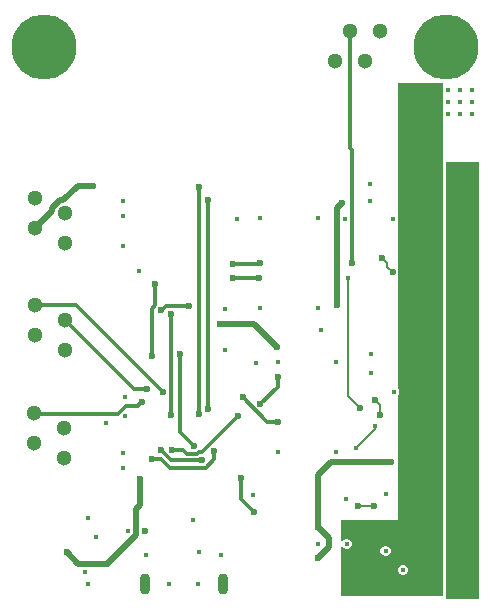
<source format=gbl>
G04*
G04 #@! TF.GenerationSoftware,Altium Limited,Altium Designer,21.9.2 (33)*
G04*
G04 Layer_Physical_Order=4*
G04 Layer_Color=16711680*
%FSLAX25Y25*%
%MOIN*%
G70*
G04*
G04 #@! TF.SameCoordinates,51F14C3D-0984-4349-87D4-3E8860FF880C*
G04*
G04*
G04 #@! TF.FilePolarity,Positive*
G04*
G01*
G75*
%ADD10C,0.00787*%
%ADD12C,0.02362*%
%ADD23R,0.03150X0.03543*%
%ADD62C,0.01181*%
%ADD63C,0.03543*%
%ADD64C,0.01968*%
%ADD66C,0.05118*%
%ADD67O,0.03543X0.07087*%
%ADD68C,0.01772*%
%ADD69C,0.02362*%
%ADD70C,0.21654*%
%ADD71R,0.04331X0.06693*%
G36*
X156677Y803D02*
X145669D01*
Y7677D01*
Y15945D01*
Y23819D01*
Y28543D01*
Y36811D01*
Y146063D01*
Y146457D01*
X156677D01*
Y803D01*
D02*
G37*
G36*
X144882Y171043D02*
X144783Y170805D01*
Y170140D01*
X144882Y169902D01*
Y167106D01*
X144783Y166868D01*
Y166203D01*
X144882Y165965D01*
Y163169D01*
X144783Y162931D01*
Y162266D01*
X144882Y162028D01*
Y82480D01*
Y77362D01*
Y28937D01*
Y23819D01*
Y1969D01*
X110630D01*
Y18365D01*
X111130Y18464D01*
X111180Y18343D01*
X111651Y17873D01*
X112266Y17618D01*
X112931D01*
X113546Y17873D01*
X114017Y18343D01*
X114272Y18959D01*
Y19624D01*
X114017Y20239D01*
X113546Y20710D01*
X112931Y20965D01*
X112266D01*
X111651Y20710D01*
X111180Y20239D01*
X111130Y20118D01*
X110630Y20218D01*
Y27165D01*
X129921D01*
Y69090D01*
X129962Y69131D01*
X130217Y69746D01*
Y70412D01*
X129962Y71026D01*
X129921Y71067D01*
Y172835D01*
X144882D01*
Y171043D01*
D02*
G37*
%LPC*%
G36*
X125923Y18602D02*
X125258D01*
X124643Y18348D01*
X124172Y17877D01*
X123917Y17262D01*
Y16596D01*
X124172Y15981D01*
X124643Y15511D01*
X125258Y15256D01*
X125923D01*
X126538Y15511D01*
X127009Y15981D01*
X127264Y16596D01*
Y17262D01*
X127009Y17877D01*
X126538Y18348D01*
X125923Y18602D01*
D02*
G37*
G36*
X131829Y12303D02*
X131163D01*
X130548Y12048D01*
X130078Y11578D01*
X129823Y10963D01*
Y10297D01*
X130078Y9682D01*
X130548Y9211D01*
X131163Y8957D01*
X131829D01*
X132444Y9211D01*
X132915Y9682D01*
X133169Y10297D01*
Y10963D01*
X132915Y11578D01*
X132444Y12048D01*
X131829Y12303D01*
D02*
G37*
%LPD*%
D10*
X122047Y67132D02*
Y67323D01*
X123622Y62205D02*
Y65557D01*
X122047Y67132D02*
X123622Y65557D01*
X116535Y31890D02*
X121653D01*
X124409Y114557D02*
Y114567D01*
Y114557D02*
X126075Y112891D01*
Y111721D02*
Y112891D01*
Y111721D02*
X127953Y109843D01*
X122047Y57480D02*
Y58661D01*
X115748Y51181D02*
X122047Y57480D01*
X112992Y68504D02*
X116929Y64567D01*
X112992Y68504D02*
Y107874D01*
D12*
X151772Y121653D02*
Y129921D01*
X153347Y11811D02*
Y19685D01*
X152165Y65354D02*
Y73622D01*
D23*
X147244Y26378D02*
D03*
X141732D02*
D03*
X147244Y79921D02*
D03*
X141732D02*
D03*
X148031Y136614D02*
D03*
X142520D02*
D03*
D62*
X77559Y34154D02*
Y41339D01*
Y34154D02*
X81791Y29921D01*
X53937Y47244D02*
X64567D01*
X62795Y49213D02*
X63583Y50000D01*
X65627Y44685D02*
X68383Y47441D01*
X64491Y50000D02*
X76340Y61849D01*
X53712Y44685D02*
X65627D01*
X68383Y50273D02*
X68504Y50394D01*
X63583Y50000D02*
X64491D01*
X68383Y47441D02*
Y50273D01*
X58193Y50432D02*
X59412Y49213D01*
X57049Y56458D02*
X61735Y51772D01*
X57049Y56458D02*
Y82715D01*
X53975Y66846D02*
Y81163D01*
X53937Y66808D02*
X53975Y66846D01*
X53937Y62205D02*
Y66808D01*
X52485Y98622D02*
X60039D01*
X60236Y98425D01*
X59412Y49213D02*
X62795D01*
X54369Y50432D02*
X58193D01*
X50749D02*
X53937Y47244D01*
X47638Y47638D02*
X50759D01*
X53712Y44685D01*
X50749Y50432D02*
X50749D01*
X114567Y112992D02*
Y150446D01*
X113779Y151233D02*
X114567Y150446D01*
X113779Y151233D02*
Y190157D01*
X8661Y98976D02*
X22284D01*
X51416Y69844D01*
X18661Y93976D02*
X32022Y80615D01*
Y80615D02*
Y80615D01*
Y80615D02*
X41772Y70866D01*
X46063D01*
X8814Y62564D02*
X36430D01*
X8504Y62874D02*
X8814Y62564D01*
X36430D02*
X39163Y65298D01*
X63386Y62598D02*
Y138386D01*
X66535Y64173D02*
Y133858D01*
X74803Y107874D02*
X83465D01*
X44169Y66535D02*
X44488D01*
X42931Y65298D02*
X44169Y66535D01*
X39163Y65298D02*
X42931D01*
X53937Y81201D02*
X53975Y81163D01*
X53937Y81201D02*
Y96063D01*
X47638Y97714D02*
X48819Y98895D01*
Y105905D01*
X47638Y81890D02*
Y97714D01*
X50787Y97244D02*
X51107D01*
X52485Y98622D01*
X83591Y112748D02*
X83740Y112898D01*
X74803Y112598D02*
X74953Y112748D01*
X83591D01*
X77953Y68110D02*
X86221Y59842D01*
X89764D01*
X83896Y65786D02*
X89764Y71653D01*
Y75039D01*
D63*
X141240Y87106D02*
X141339Y87008D01*
X141240Y87106D02*
Y121555D01*
X141142Y121653D02*
X141240Y121555D01*
X142717Y32677D02*
Y33858D01*
X141535Y35039D02*
Y65354D01*
Y73622D01*
Y35039D02*
X142717Y33858D01*
X118110Y7981D02*
X120186Y5906D01*
X136811D01*
X118110Y7981D02*
Y21260D01*
X114567Y24803D02*
X118110Y21260D01*
X112598Y24803D02*
X114567D01*
X141142Y10236D02*
X142323D01*
X142717Y10630D02*
Y11811D01*
X142323Y10236D02*
X142717Y10630D01*
X136811Y5906D02*
X141142Y10236D01*
X142717Y11811D02*
Y19685D01*
X141142Y121653D02*
Y129921D01*
D64*
X103150Y24803D02*
Y42126D01*
X107480Y46457D01*
X127559D01*
X106693Y18110D02*
Y21260D01*
X103150Y24803D02*
X106693Y21260D01*
X103150Y14567D02*
X106693Y18110D01*
X109449Y131389D02*
X111024Y132964D01*
X109449Y98819D02*
Y131389D01*
X111024Y132964D02*
Y133071D01*
X43701Y32283D02*
Y40945D01*
X42323Y30906D02*
X43701Y32283D01*
X42323Y22244D02*
Y30906D01*
X32677Y12598D02*
X42323Y22244D01*
X14567Y131321D02*
X17104Y133858D01*
X22953Y138583D02*
X27953D01*
X8898Y124528D02*
X14567Y130197D01*
X18228Y133858D02*
X22953Y138583D01*
X17104Y133858D02*
X18228D01*
X14567Y130197D02*
Y131321D01*
X81890Y92520D02*
X89370Y85039D01*
X70472Y92520D02*
X81890D01*
X19291Y16535D02*
X23228Y12598D01*
X32677D01*
D66*
X18898Y119528D02*
D03*
Y129528D02*
D03*
X8898Y124528D02*
D03*
Y134528D02*
D03*
X18661Y83976D02*
D03*
X8661Y98976D02*
D03*
X18661Y93976D02*
D03*
X8661Y88976D02*
D03*
X123779Y190157D02*
D03*
X118780Y180157D02*
D03*
X113779Y190157D02*
D03*
X108780Y180157D02*
D03*
X18504Y47874D02*
D03*
X8504Y62874D02*
D03*
X18504Y57874D02*
D03*
X8504Y52874D02*
D03*
D67*
X71260Y6004D02*
D03*
X45276D02*
D03*
D68*
X141339Y20866D02*
D03*
X142126Y155512D02*
D03*
X136221D02*
D03*
X142520Y165748D02*
D03*
X136221D02*
D03*
X142520Y160630D02*
D03*
X136221D02*
D03*
X139173Y155886D02*
D03*
Y160886D02*
D03*
Y165886D02*
D03*
X112382Y34252D02*
D03*
X103150Y19291D02*
D03*
X128085Y127525D02*
D03*
X72146Y83858D02*
D03*
X81299Y35433D02*
D03*
X122047Y58661D02*
D03*
X115748Y51181D02*
D03*
X112992Y107874D02*
D03*
X39665Y23622D02*
D03*
X131496Y10630D02*
D03*
X112598Y19291D02*
D03*
X125591Y16929D02*
D03*
X61417Y27165D02*
D03*
X63287Y16535D02*
D03*
X148031Y131102D02*
D03*
X112106Y127559D02*
D03*
X72047Y97638D02*
D03*
X83740Y97898D02*
D03*
X25393Y9941D02*
D03*
X45669Y15650D02*
D03*
X38878Y61811D02*
D03*
X26378Y27953D02*
D03*
Y5906D02*
D03*
X154331Y166535D02*
D03*
X146457D02*
D03*
Y162598D02*
D03*
X150394D02*
D03*
X154331D02*
D03*
Y170472D02*
D03*
X146457D02*
D03*
X150394Y170472D02*
D03*
Y166535D02*
D03*
X82284Y79528D02*
D03*
X103228Y127898D02*
D03*
X75984Y127559D02*
D03*
X89764Y80039D02*
D03*
X120472Y133465D02*
D03*
Y139370D02*
D03*
X83740Y127898D02*
D03*
X43307Y110236D02*
D03*
X38063Y133740D02*
D03*
Y128740D02*
D03*
Y118740D02*
D03*
X38878Y68110D02*
D03*
X38189Y44488D02*
D03*
Y49606D02*
D03*
X32283Y59449D02*
D03*
X29133Y21440D02*
D03*
X62992Y6004D02*
D03*
X53543D02*
D03*
X70866Y15650D02*
D03*
X89764Y50039D02*
D03*
X141401Y32272D02*
D03*
X146850Y26378D02*
D03*
X141339D02*
D03*
X125591Y36024D02*
D03*
X109252Y50039D02*
D03*
X103937Y90551D02*
D03*
X103228Y97898D02*
D03*
X109193Y79980D02*
D03*
X120669Y82677D02*
D03*
Y76378D02*
D03*
X128543Y70079D02*
D03*
X147244Y85827D02*
D03*
X146850Y20866D02*
D03*
X150394D02*
D03*
Y26378D02*
D03*
Y31890D02*
D03*
X146850D02*
D03*
X150787Y74410D02*
D03*
Y85827D02*
D03*
Y79921D02*
D03*
X147244D02*
D03*
Y74410D02*
D03*
X151181Y131102D02*
D03*
Y142126D02*
D03*
X148031D02*
D03*
X141732Y79921D02*
D03*
Y85039D02*
D03*
Y74803D02*
D03*
X142520Y140551D02*
D03*
Y136614D02*
D03*
Y132283D02*
D03*
X151181Y136614D02*
D03*
X148031D02*
D03*
D69*
X127559Y46457D02*
D03*
X122047Y67323D02*
D03*
X123622Y62205D02*
D03*
X121653Y31890D02*
D03*
X116535D02*
D03*
X103150Y24803D02*
D03*
Y14567D02*
D03*
X127953Y109843D02*
D03*
X124409Y114567D02*
D03*
X81791Y29921D02*
D03*
X77559Y41339D02*
D03*
X64567Y47244D02*
D03*
X68504Y50394D02*
D03*
X57049Y82715D02*
D03*
X53937Y62205D02*
D03*
X60236Y98425D02*
D03*
X61735Y51772D02*
D03*
X54369Y50432D02*
D03*
X50749D02*
D03*
X76340Y61849D02*
D03*
X116929Y64567D02*
D03*
X114567Y112992D02*
D03*
X109449Y98819D02*
D03*
X45276Y23622D02*
D03*
X112598Y24803D02*
D03*
X111024Y133071D02*
D03*
X89370Y85039D02*
D03*
X70472Y92520D02*
D03*
X63386Y138386D02*
D03*
X74803Y107874D02*
D03*
X19291Y16535D02*
D03*
X32677Y12598D02*
D03*
X43701Y40945D02*
D03*
X27953Y138583D02*
D03*
X44488Y66535D02*
D03*
X51416Y69844D02*
D03*
X46063Y70866D02*
D03*
X47638Y81890D02*
D03*
X48819Y105905D02*
D03*
X83465Y107874D02*
D03*
X50787Y97244D02*
D03*
X53937Y96063D02*
D03*
X83740Y112898D02*
D03*
X74803Y112598D02*
D03*
X66535Y133858D02*
D03*
Y64173D02*
D03*
X63386Y62598D02*
D03*
X77953Y68110D02*
D03*
X89764Y59842D02*
D03*
X83896Y65786D02*
D03*
X89764Y75039D02*
D03*
X47638Y47638D02*
D03*
D70*
X11811Y185039D02*
D03*
X145669D02*
D03*
D71*
X151772Y121653D02*
D03*
X141142D02*
D03*
X153347Y32677D02*
D03*
X142717D02*
D03*
X151969Y87008D02*
D03*
X141339D02*
D03*
X151772Y129921D02*
D03*
X141142D02*
D03*
X153347Y11811D02*
D03*
X142717D02*
D03*
X152165Y142913D02*
D03*
X141535D02*
D03*
X152165Y73622D02*
D03*
X141535D02*
D03*
X152165Y65354D02*
D03*
X141535D02*
D03*
X153347Y19685D02*
D03*
X142717D02*
D03*
M02*

</source>
